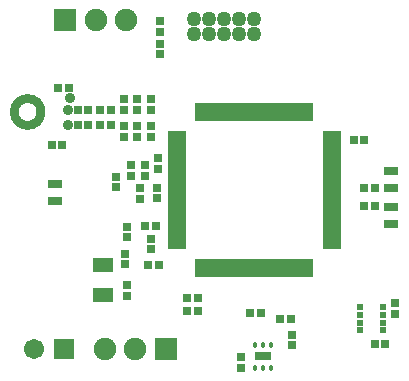
<source format=gts>
G04*
G04 #@! TF.GenerationSoftware,Altium Limited,Altium Designer,18.0.12 (696)*
G04*
G04 Layer_Color=8388736*
%FSAX24Y24*%
%MOIN*%
G70*
G01*
G75*
%ADD25C,0.0300*%
%ADD26R,0.0316X0.0277*%
%ADD27R,0.0190X0.0620*%
%ADD28R,0.0620X0.0190*%
%ADD29R,0.0277X0.0316*%
%ADD30R,0.0474X0.0316*%
%ADD31O,0.0138X0.0237*%
%ADD32R,0.0572X0.0296*%
%ADD33R,0.0218X0.0218*%
%ADD34R,0.0690X0.0474*%
%ADD35R,0.0671X0.0671*%
%ADD36C,0.0671*%
%ADD37C,0.0749*%
%ADD38R,0.0749X0.0749*%
%ADD39C,0.0500*%
%ADD40C,0.0360*%
D25*
X024597Y033300D02*
G03*
X024597Y033300I-000447J000000D01*
G01*
D26*
X027350Y033727D02*
D03*
Y033373D02*
D03*
X028250Y033727D02*
D03*
Y033373D02*
D03*
Y032827D02*
D03*
Y032473D02*
D03*
X027800Y032827D02*
D03*
Y032473D02*
D03*
X027350Y032827D02*
D03*
Y032473D02*
D03*
X027800Y033727D02*
D03*
Y033373D02*
D03*
X028550Y035577D02*
D03*
Y035223D02*
D03*
X027450Y029123D02*
D03*
Y029477D02*
D03*
X027079Y030794D02*
D03*
Y031148D02*
D03*
X028500Y031750D02*
D03*
Y031396D02*
D03*
X028050Y031527D02*
D03*
Y031173D02*
D03*
X027600Y031527D02*
D03*
Y031173D02*
D03*
X028450Y030423D02*
D03*
Y030777D02*
D03*
X027900Y030396D02*
D03*
Y030750D02*
D03*
X031250Y025127D02*
D03*
Y024773D02*
D03*
X027450Y027527D02*
D03*
Y027173D02*
D03*
X027400Y028577D02*
D03*
Y028223D02*
D03*
X028550Y035973D02*
D03*
Y036327D02*
D03*
X032950Y025523D02*
D03*
Y025877D02*
D03*
X036400Y026927D02*
D03*
Y026573D02*
D03*
X028277Y028723D02*
D03*
Y029077D02*
D03*
D27*
X029830Y033285D02*
D03*
X030027D02*
D03*
X030224D02*
D03*
X030420D02*
D03*
X030617D02*
D03*
X030814D02*
D03*
X031011D02*
D03*
X031208D02*
D03*
X031405D02*
D03*
X031602D02*
D03*
X031798D02*
D03*
X031995D02*
D03*
X032192D02*
D03*
X032389D02*
D03*
X032586D02*
D03*
X032783D02*
D03*
X032980D02*
D03*
X033176D02*
D03*
X033373D02*
D03*
X033570D02*
D03*
Y028115D02*
D03*
X033373D02*
D03*
X033176D02*
D03*
X032980D02*
D03*
X032783D02*
D03*
X032586D02*
D03*
X032389D02*
D03*
X032192D02*
D03*
X031995D02*
D03*
X031798D02*
D03*
X031602D02*
D03*
X031405D02*
D03*
X031208D02*
D03*
X031011D02*
D03*
X030814D02*
D03*
X030617D02*
D03*
X030420D02*
D03*
X030224D02*
D03*
X030027D02*
D03*
X029830D02*
D03*
D28*
X034285Y032570D02*
D03*
Y032373D02*
D03*
Y032176D02*
D03*
Y031980D02*
D03*
Y031783D02*
D03*
Y031586D02*
D03*
Y031389D02*
D03*
Y031192D02*
D03*
Y030995D02*
D03*
Y030798D02*
D03*
Y030602D02*
D03*
Y030405D02*
D03*
Y030208D02*
D03*
Y030011D02*
D03*
Y029814D02*
D03*
Y029617D02*
D03*
Y029420D02*
D03*
Y029224D02*
D03*
Y029027D02*
D03*
Y028830D02*
D03*
X029115D02*
D03*
Y029027D02*
D03*
Y029224D02*
D03*
Y029420D02*
D03*
Y029617D02*
D03*
Y029814D02*
D03*
Y030011D02*
D03*
Y030208D02*
D03*
Y030405D02*
D03*
Y030602D02*
D03*
Y030798D02*
D03*
Y030995D02*
D03*
Y031192D02*
D03*
Y031389D02*
D03*
Y031586D02*
D03*
Y031783D02*
D03*
Y031980D02*
D03*
Y032176D02*
D03*
Y032373D02*
D03*
Y032570D02*
D03*
D29*
X026927Y033350D02*
D03*
X026573D02*
D03*
X026927Y032850D02*
D03*
X026573D02*
D03*
X025823Y033350D02*
D03*
X026177D02*
D03*
X025823Y032850D02*
D03*
X026177D02*
D03*
X029827Y027100D02*
D03*
X029473D02*
D03*
X029827Y026650D02*
D03*
X029473D02*
D03*
X035727Y030750D02*
D03*
X035373D02*
D03*
X035727Y030150D02*
D03*
X035373D02*
D03*
X024946Y032201D02*
D03*
X025300D02*
D03*
X032573Y026400D02*
D03*
X032927D02*
D03*
X031927Y026600D02*
D03*
X031573D02*
D03*
X025173Y034101D02*
D03*
X025527D02*
D03*
X036077Y025550D02*
D03*
X035723D02*
D03*
X028073Y029500D02*
D03*
X028427D02*
D03*
X028173Y028200D02*
D03*
X028527D02*
D03*
X035377Y032350D02*
D03*
X035023D02*
D03*
D30*
X036250Y030774D02*
D03*
Y031326D02*
D03*
Y030126D02*
D03*
Y029574D02*
D03*
X025050Y030332D02*
D03*
Y030884D02*
D03*
D31*
X031744Y024776D02*
D03*
X032000D02*
D03*
X032258D02*
D03*
X032256Y025524D02*
D03*
X032000D02*
D03*
X031744D02*
D03*
D32*
X032000Y025150D02*
D03*
D33*
X035984Y026784D02*
D03*
Y026272D02*
D03*
X035216Y026784D02*
D03*
Y026016D02*
D03*
X035984D02*
D03*
Y026528D02*
D03*
X035216Y026272D02*
D03*
Y026528D02*
D03*
D34*
X026650Y028212D02*
D03*
Y027188D02*
D03*
D35*
X025350Y025400D02*
D03*
D36*
X024350D02*
D03*
D37*
X027413Y036350D02*
D03*
X026413Y036350D02*
D03*
X026737Y025400D02*
D03*
X027737D02*
D03*
D38*
X025400Y036350D02*
D03*
X028750Y025400D02*
D03*
D39*
X031200Y035900D02*
D03*
X029700Y035900D02*
D03*
X030200Y035900D02*
D03*
X031700D02*
D03*
X030700Y035900D02*
D03*
X029700Y036400D02*
D03*
X030200Y036400D02*
D03*
X030700Y036400D02*
D03*
X031200D02*
D03*
X031700D02*
D03*
D40*
X025500Y033350D02*
D03*
Y032850D02*
D03*
X025550Y033750D02*
D03*
M02*

</source>
